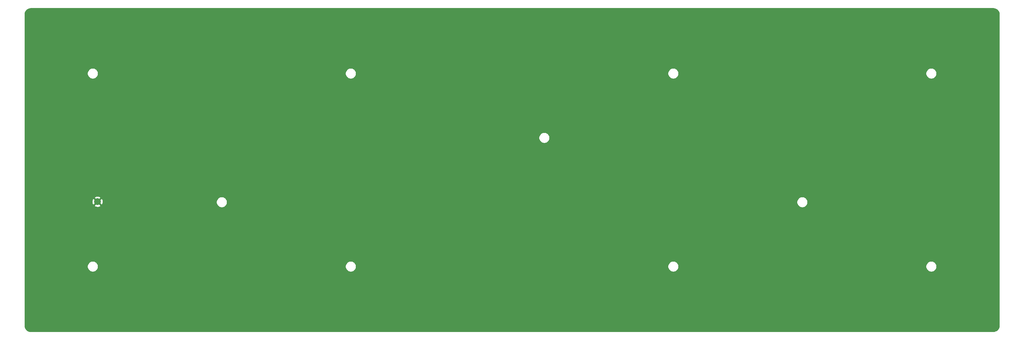
<source format=gtl>
G04 #@! TF.GenerationSoftware,KiCad,Pcbnew,(5.1.6)-1*
G04 #@! TF.CreationDate,2020-07-06T00:16:10-04:00*
G04 #@! TF.ProjectId,ki75rt_PlateBottom,6b693735-7274-45f5-906c-617465426f74,rev?*
G04 #@! TF.SameCoordinates,Original*
G04 #@! TF.FileFunction,Copper,L1,Top*
G04 #@! TF.FilePolarity,Positive*
%FSLAX46Y46*%
G04 Gerber Fmt 4.6, Leading zero omitted, Abs format (unit mm)*
G04 Created by KiCad (PCBNEW (5.1.6)-1) date 2020-07-06 00:16:10*
%MOMM*%
%LPD*%
G01*
G04 APERTURE LIST*
G04 #@! TA.AperFunction,Conductor*
%ADD10C,2.000000*%
G04 #@! TD*
G04 #@! TA.AperFunction,Conductor*
%ADD11C,0.254000*%
G04 #@! TD*
G04 APERTURE END LIST*
D10*
X49022000Y-85598000D03*
D11*
G36*
X313879993Y-28401241D02*
G01*
X314215444Y-28502520D01*
X314524841Y-28667029D01*
X314796387Y-28888498D01*
X315019750Y-29158497D01*
X315186414Y-29466735D01*
X315290033Y-29801474D01*
X315329501Y-30176988D01*
X315329500Y-122208982D01*
X315292509Y-122586243D01*
X315191231Y-122921693D01*
X315026722Y-123231089D01*
X314805251Y-123502639D01*
X314535253Y-123726000D01*
X314227015Y-123892664D01*
X313892276Y-123996283D01*
X313516771Y-124035750D01*
X29397268Y-124035750D01*
X29020007Y-123998759D01*
X28684557Y-123897481D01*
X28375161Y-123732972D01*
X28103611Y-123511501D01*
X27880250Y-123241503D01*
X27713586Y-122933265D01*
X27609967Y-122598526D01*
X27570500Y-122223021D01*
X27570500Y-104616626D01*
X46017000Y-104616626D01*
X46017000Y-104933374D01*
X46078795Y-105244036D01*
X46200009Y-105536673D01*
X46375985Y-105800040D01*
X46599960Y-106024015D01*
X46863327Y-106199991D01*
X47155964Y-106321205D01*
X47466626Y-106383000D01*
X47783374Y-106383000D01*
X48094036Y-106321205D01*
X48386673Y-106199991D01*
X48650040Y-106024015D01*
X48874015Y-105800040D01*
X49049991Y-105536673D01*
X49171205Y-105244036D01*
X49233000Y-104933374D01*
X49233000Y-104616626D01*
X122217000Y-104616626D01*
X122217000Y-104933374D01*
X122278795Y-105244036D01*
X122400009Y-105536673D01*
X122575985Y-105800040D01*
X122799960Y-106024015D01*
X123063327Y-106199991D01*
X123355964Y-106321205D01*
X123666626Y-106383000D01*
X123983374Y-106383000D01*
X124294036Y-106321205D01*
X124586673Y-106199991D01*
X124850040Y-106024015D01*
X125074015Y-105800040D01*
X125249991Y-105536673D01*
X125371205Y-105244036D01*
X125433000Y-104933374D01*
X125433000Y-104616626D01*
X217467000Y-104616626D01*
X217467000Y-104933374D01*
X217528795Y-105244036D01*
X217650009Y-105536673D01*
X217825985Y-105800040D01*
X218049960Y-106024015D01*
X218313327Y-106199991D01*
X218605964Y-106321205D01*
X218916626Y-106383000D01*
X219233374Y-106383000D01*
X219544036Y-106321205D01*
X219836673Y-106199991D01*
X220100040Y-106024015D01*
X220324015Y-105800040D01*
X220499991Y-105536673D01*
X220621205Y-105244036D01*
X220683000Y-104933374D01*
X220683000Y-104616626D01*
X293667000Y-104616626D01*
X293667000Y-104933374D01*
X293728795Y-105244036D01*
X293850009Y-105536673D01*
X294025985Y-105800040D01*
X294249960Y-106024015D01*
X294513327Y-106199991D01*
X294805964Y-106321205D01*
X295116626Y-106383000D01*
X295433374Y-106383000D01*
X295744036Y-106321205D01*
X296036673Y-106199991D01*
X296300040Y-106024015D01*
X296524015Y-105800040D01*
X296699991Y-105536673D01*
X296821205Y-105244036D01*
X296883000Y-104933374D01*
X296883000Y-104616626D01*
X296821205Y-104305964D01*
X296699991Y-104013327D01*
X296524015Y-103749960D01*
X296300040Y-103525985D01*
X296036673Y-103350009D01*
X295744036Y-103228795D01*
X295433374Y-103167000D01*
X295116626Y-103167000D01*
X294805964Y-103228795D01*
X294513327Y-103350009D01*
X294249960Y-103525985D01*
X294025985Y-103749960D01*
X293850009Y-104013327D01*
X293728795Y-104305964D01*
X293667000Y-104616626D01*
X220683000Y-104616626D01*
X220621205Y-104305964D01*
X220499991Y-104013327D01*
X220324015Y-103749960D01*
X220100040Y-103525985D01*
X219836673Y-103350009D01*
X219544036Y-103228795D01*
X219233374Y-103167000D01*
X218916626Y-103167000D01*
X218605964Y-103228795D01*
X218313327Y-103350009D01*
X218049960Y-103525985D01*
X217825985Y-103749960D01*
X217650009Y-104013327D01*
X217528795Y-104305964D01*
X217467000Y-104616626D01*
X125433000Y-104616626D01*
X125371205Y-104305964D01*
X125249991Y-104013327D01*
X125074015Y-103749960D01*
X124850040Y-103525985D01*
X124586673Y-103350009D01*
X124294036Y-103228795D01*
X123983374Y-103167000D01*
X123666626Y-103167000D01*
X123355964Y-103228795D01*
X123063327Y-103350009D01*
X122799960Y-103525985D01*
X122575985Y-103749960D01*
X122400009Y-104013327D01*
X122278795Y-104305964D01*
X122217000Y-104616626D01*
X49233000Y-104616626D01*
X49171205Y-104305964D01*
X49049991Y-104013327D01*
X48874015Y-103749960D01*
X48650040Y-103525985D01*
X48386673Y-103350009D01*
X48094036Y-103228795D01*
X47783374Y-103167000D01*
X47466626Y-103167000D01*
X47155964Y-103228795D01*
X46863327Y-103350009D01*
X46599960Y-103525985D01*
X46375985Y-103749960D01*
X46200009Y-104013327D01*
X46078795Y-104305964D01*
X46017000Y-104616626D01*
X27570500Y-104616626D01*
X27570500Y-86733413D01*
X48066192Y-86733413D01*
X48161956Y-86997814D01*
X48451571Y-87138704D01*
X48763108Y-87220384D01*
X49084595Y-87239718D01*
X49403675Y-87195961D01*
X49708088Y-87090795D01*
X49882044Y-86997814D01*
X49977808Y-86733413D01*
X49022000Y-85777605D01*
X48066192Y-86733413D01*
X27570500Y-86733413D01*
X27570500Y-85660595D01*
X47380282Y-85660595D01*
X47424039Y-85979675D01*
X47529205Y-86284088D01*
X47622186Y-86458044D01*
X47886587Y-86553808D01*
X48842395Y-85598000D01*
X49201605Y-85598000D01*
X50157413Y-86553808D01*
X50421814Y-86458044D01*
X50562704Y-86168429D01*
X50644384Y-85856892D01*
X50661840Y-85566626D01*
X84117000Y-85566626D01*
X84117000Y-85883374D01*
X84178795Y-86194036D01*
X84300009Y-86486673D01*
X84475985Y-86750040D01*
X84699960Y-86974015D01*
X84963327Y-87149991D01*
X85255964Y-87271205D01*
X85566626Y-87333000D01*
X85883374Y-87333000D01*
X86194036Y-87271205D01*
X86486673Y-87149991D01*
X86750040Y-86974015D01*
X86974015Y-86750040D01*
X87149991Y-86486673D01*
X87271205Y-86194036D01*
X87333000Y-85883374D01*
X87333000Y-85566626D01*
X255567000Y-85566626D01*
X255567000Y-85883374D01*
X255628795Y-86194036D01*
X255750009Y-86486673D01*
X255925985Y-86750040D01*
X256149960Y-86974015D01*
X256413327Y-87149991D01*
X256705964Y-87271205D01*
X257016626Y-87333000D01*
X257333374Y-87333000D01*
X257644036Y-87271205D01*
X257936673Y-87149991D01*
X258200040Y-86974015D01*
X258424015Y-86750040D01*
X258599991Y-86486673D01*
X258721205Y-86194036D01*
X258783000Y-85883374D01*
X258783000Y-85566626D01*
X258721205Y-85255964D01*
X258599991Y-84963327D01*
X258424015Y-84699960D01*
X258200040Y-84475985D01*
X257936673Y-84300009D01*
X257644036Y-84178795D01*
X257333374Y-84117000D01*
X257016626Y-84117000D01*
X256705964Y-84178795D01*
X256413327Y-84300009D01*
X256149960Y-84475985D01*
X255925985Y-84699960D01*
X255750009Y-84963327D01*
X255628795Y-85255964D01*
X255567000Y-85566626D01*
X87333000Y-85566626D01*
X87271205Y-85255964D01*
X87149991Y-84963327D01*
X86974015Y-84699960D01*
X86750040Y-84475985D01*
X86486673Y-84300009D01*
X86194036Y-84178795D01*
X85883374Y-84117000D01*
X85566626Y-84117000D01*
X85255964Y-84178795D01*
X84963327Y-84300009D01*
X84699960Y-84475985D01*
X84475985Y-84699960D01*
X84300009Y-84963327D01*
X84178795Y-85255964D01*
X84117000Y-85566626D01*
X50661840Y-85566626D01*
X50663718Y-85535405D01*
X50619961Y-85216325D01*
X50514795Y-84911912D01*
X50421814Y-84737956D01*
X50157413Y-84642192D01*
X49201605Y-85598000D01*
X48842395Y-85598000D01*
X47886587Y-84642192D01*
X47622186Y-84737956D01*
X47481296Y-85027571D01*
X47399616Y-85339108D01*
X47380282Y-85660595D01*
X27570500Y-85660595D01*
X27570500Y-84462587D01*
X48066192Y-84462587D01*
X49022000Y-85418395D01*
X49977808Y-84462587D01*
X49882044Y-84198186D01*
X49592429Y-84057296D01*
X49280892Y-83975616D01*
X48959405Y-83956282D01*
X48640325Y-84000039D01*
X48335912Y-84105205D01*
X48161956Y-84198186D01*
X48066192Y-84462587D01*
X27570500Y-84462587D01*
X27570500Y-66516626D01*
X179367000Y-66516626D01*
X179367000Y-66833374D01*
X179428795Y-67144036D01*
X179550009Y-67436673D01*
X179725985Y-67700040D01*
X179949960Y-67924015D01*
X180213327Y-68099991D01*
X180505964Y-68221205D01*
X180816626Y-68283000D01*
X181133374Y-68283000D01*
X181444036Y-68221205D01*
X181736673Y-68099991D01*
X182000040Y-67924015D01*
X182224015Y-67700040D01*
X182399991Y-67436673D01*
X182521205Y-67144036D01*
X182583000Y-66833374D01*
X182583000Y-66516626D01*
X182521205Y-66205964D01*
X182399991Y-65913327D01*
X182224015Y-65649960D01*
X182000040Y-65425985D01*
X181736673Y-65250009D01*
X181444036Y-65128795D01*
X181133374Y-65067000D01*
X180816626Y-65067000D01*
X180505964Y-65128795D01*
X180213327Y-65250009D01*
X179949960Y-65425985D01*
X179725985Y-65649960D01*
X179550009Y-65913327D01*
X179428795Y-66205964D01*
X179367000Y-66516626D01*
X27570500Y-66516626D01*
X27570500Y-47466626D01*
X46017000Y-47466626D01*
X46017000Y-47783374D01*
X46078795Y-48094036D01*
X46200009Y-48386673D01*
X46375985Y-48650040D01*
X46599960Y-48874015D01*
X46863327Y-49049991D01*
X47155964Y-49171205D01*
X47466626Y-49233000D01*
X47783374Y-49233000D01*
X48094036Y-49171205D01*
X48386673Y-49049991D01*
X48650040Y-48874015D01*
X48874015Y-48650040D01*
X49049991Y-48386673D01*
X49171205Y-48094036D01*
X49233000Y-47783374D01*
X49233000Y-47466626D01*
X122217000Y-47466626D01*
X122217000Y-47783374D01*
X122278795Y-48094036D01*
X122400009Y-48386673D01*
X122575985Y-48650040D01*
X122799960Y-48874015D01*
X123063327Y-49049991D01*
X123355964Y-49171205D01*
X123666626Y-49233000D01*
X123983374Y-49233000D01*
X124294036Y-49171205D01*
X124586673Y-49049991D01*
X124850040Y-48874015D01*
X125074015Y-48650040D01*
X125249991Y-48386673D01*
X125371205Y-48094036D01*
X125433000Y-47783374D01*
X125433000Y-47466626D01*
X217467000Y-47466626D01*
X217467000Y-47783374D01*
X217528795Y-48094036D01*
X217650009Y-48386673D01*
X217825985Y-48650040D01*
X218049960Y-48874015D01*
X218313327Y-49049991D01*
X218605964Y-49171205D01*
X218916626Y-49233000D01*
X219233374Y-49233000D01*
X219544036Y-49171205D01*
X219836673Y-49049991D01*
X220100040Y-48874015D01*
X220324015Y-48650040D01*
X220499991Y-48386673D01*
X220621205Y-48094036D01*
X220683000Y-47783374D01*
X220683000Y-47466626D01*
X293667000Y-47466626D01*
X293667000Y-47783374D01*
X293728795Y-48094036D01*
X293850009Y-48386673D01*
X294025985Y-48650040D01*
X294249960Y-48874015D01*
X294513327Y-49049991D01*
X294805964Y-49171205D01*
X295116626Y-49233000D01*
X295433374Y-49233000D01*
X295744036Y-49171205D01*
X296036673Y-49049991D01*
X296300040Y-48874015D01*
X296524015Y-48650040D01*
X296699991Y-48386673D01*
X296821205Y-48094036D01*
X296883000Y-47783374D01*
X296883000Y-47466626D01*
X296821205Y-47155964D01*
X296699991Y-46863327D01*
X296524015Y-46599960D01*
X296300040Y-46375985D01*
X296036673Y-46200009D01*
X295744036Y-46078795D01*
X295433374Y-46017000D01*
X295116626Y-46017000D01*
X294805964Y-46078795D01*
X294513327Y-46200009D01*
X294249960Y-46375985D01*
X294025985Y-46599960D01*
X293850009Y-46863327D01*
X293728795Y-47155964D01*
X293667000Y-47466626D01*
X220683000Y-47466626D01*
X220621205Y-47155964D01*
X220499991Y-46863327D01*
X220324015Y-46599960D01*
X220100040Y-46375985D01*
X219836673Y-46200009D01*
X219544036Y-46078795D01*
X219233374Y-46017000D01*
X218916626Y-46017000D01*
X218605964Y-46078795D01*
X218313327Y-46200009D01*
X218049960Y-46375985D01*
X217825985Y-46599960D01*
X217650009Y-46863327D01*
X217528795Y-47155964D01*
X217467000Y-47466626D01*
X125433000Y-47466626D01*
X125371205Y-47155964D01*
X125249991Y-46863327D01*
X125074015Y-46599960D01*
X124850040Y-46375985D01*
X124586673Y-46200009D01*
X124294036Y-46078795D01*
X123983374Y-46017000D01*
X123666626Y-46017000D01*
X123355964Y-46078795D01*
X123063327Y-46200009D01*
X122799960Y-46375985D01*
X122575985Y-46599960D01*
X122400009Y-46863327D01*
X122278795Y-47155964D01*
X122217000Y-47466626D01*
X49233000Y-47466626D01*
X49171205Y-47155964D01*
X49049991Y-46863327D01*
X48874015Y-46599960D01*
X48650040Y-46375985D01*
X48386673Y-46200009D01*
X48094036Y-46078795D01*
X47783374Y-46017000D01*
X47466626Y-46017000D01*
X47155964Y-46078795D01*
X46863327Y-46200009D01*
X46599960Y-46375985D01*
X46375985Y-46599960D01*
X46200009Y-46863327D01*
X46078795Y-47155964D01*
X46017000Y-47466626D01*
X27570500Y-47466626D01*
X27570500Y-30191018D01*
X27607491Y-29813757D01*
X27708770Y-29478306D01*
X27873279Y-29168909D01*
X28094748Y-28897363D01*
X28364747Y-28674000D01*
X28672985Y-28507336D01*
X29007724Y-28403717D01*
X29383229Y-28364250D01*
X313502732Y-28364250D01*
X313879993Y-28401241D01*
G37*
X313879993Y-28401241D02*
X314215444Y-28502520D01*
X314524841Y-28667029D01*
X314796387Y-28888498D01*
X315019750Y-29158497D01*
X315186414Y-29466735D01*
X315290033Y-29801474D01*
X315329501Y-30176988D01*
X315329500Y-122208982D01*
X315292509Y-122586243D01*
X315191231Y-122921693D01*
X315026722Y-123231089D01*
X314805251Y-123502639D01*
X314535253Y-123726000D01*
X314227015Y-123892664D01*
X313892276Y-123996283D01*
X313516771Y-124035750D01*
X29397268Y-124035750D01*
X29020007Y-123998759D01*
X28684557Y-123897481D01*
X28375161Y-123732972D01*
X28103611Y-123511501D01*
X27880250Y-123241503D01*
X27713586Y-122933265D01*
X27609967Y-122598526D01*
X27570500Y-122223021D01*
X27570500Y-104616626D01*
X46017000Y-104616626D01*
X46017000Y-104933374D01*
X46078795Y-105244036D01*
X46200009Y-105536673D01*
X46375985Y-105800040D01*
X46599960Y-106024015D01*
X46863327Y-106199991D01*
X47155964Y-106321205D01*
X47466626Y-106383000D01*
X47783374Y-106383000D01*
X48094036Y-106321205D01*
X48386673Y-106199991D01*
X48650040Y-106024015D01*
X48874015Y-105800040D01*
X49049991Y-105536673D01*
X49171205Y-105244036D01*
X49233000Y-104933374D01*
X49233000Y-104616626D01*
X122217000Y-104616626D01*
X122217000Y-104933374D01*
X122278795Y-105244036D01*
X122400009Y-105536673D01*
X122575985Y-105800040D01*
X122799960Y-106024015D01*
X123063327Y-106199991D01*
X123355964Y-106321205D01*
X123666626Y-106383000D01*
X123983374Y-106383000D01*
X124294036Y-106321205D01*
X124586673Y-106199991D01*
X124850040Y-106024015D01*
X125074015Y-105800040D01*
X125249991Y-105536673D01*
X125371205Y-105244036D01*
X125433000Y-104933374D01*
X125433000Y-104616626D01*
X217467000Y-104616626D01*
X217467000Y-104933374D01*
X217528795Y-105244036D01*
X217650009Y-105536673D01*
X217825985Y-105800040D01*
X218049960Y-106024015D01*
X218313327Y-106199991D01*
X218605964Y-106321205D01*
X218916626Y-106383000D01*
X219233374Y-106383000D01*
X219544036Y-106321205D01*
X219836673Y-106199991D01*
X220100040Y-106024015D01*
X220324015Y-105800040D01*
X220499991Y-105536673D01*
X220621205Y-105244036D01*
X220683000Y-104933374D01*
X220683000Y-104616626D01*
X293667000Y-104616626D01*
X293667000Y-104933374D01*
X293728795Y-105244036D01*
X293850009Y-105536673D01*
X294025985Y-105800040D01*
X294249960Y-106024015D01*
X294513327Y-106199991D01*
X294805964Y-106321205D01*
X295116626Y-106383000D01*
X295433374Y-106383000D01*
X295744036Y-106321205D01*
X296036673Y-106199991D01*
X296300040Y-106024015D01*
X296524015Y-105800040D01*
X296699991Y-105536673D01*
X296821205Y-105244036D01*
X296883000Y-104933374D01*
X296883000Y-104616626D01*
X296821205Y-104305964D01*
X296699991Y-104013327D01*
X296524015Y-103749960D01*
X296300040Y-103525985D01*
X296036673Y-103350009D01*
X295744036Y-103228795D01*
X295433374Y-103167000D01*
X295116626Y-103167000D01*
X294805964Y-103228795D01*
X294513327Y-103350009D01*
X294249960Y-103525985D01*
X294025985Y-103749960D01*
X293850009Y-104013327D01*
X293728795Y-104305964D01*
X293667000Y-104616626D01*
X220683000Y-104616626D01*
X220621205Y-104305964D01*
X220499991Y-104013327D01*
X220324015Y-103749960D01*
X220100040Y-103525985D01*
X219836673Y-103350009D01*
X219544036Y-103228795D01*
X219233374Y-103167000D01*
X218916626Y-103167000D01*
X218605964Y-103228795D01*
X218313327Y-103350009D01*
X218049960Y-103525985D01*
X217825985Y-103749960D01*
X217650009Y-104013327D01*
X217528795Y-104305964D01*
X217467000Y-104616626D01*
X125433000Y-104616626D01*
X125371205Y-104305964D01*
X125249991Y-104013327D01*
X125074015Y-103749960D01*
X124850040Y-103525985D01*
X124586673Y-103350009D01*
X124294036Y-103228795D01*
X123983374Y-103167000D01*
X123666626Y-103167000D01*
X123355964Y-103228795D01*
X123063327Y-103350009D01*
X122799960Y-103525985D01*
X122575985Y-103749960D01*
X122400009Y-104013327D01*
X122278795Y-104305964D01*
X122217000Y-104616626D01*
X49233000Y-104616626D01*
X49171205Y-104305964D01*
X49049991Y-104013327D01*
X48874015Y-103749960D01*
X48650040Y-103525985D01*
X48386673Y-103350009D01*
X48094036Y-103228795D01*
X47783374Y-103167000D01*
X47466626Y-103167000D01*
X47155964Y-103228795D01*
X46863327Y-103350009D01*
X46599960Y-103525985D01*
X46375985Y-103749960D01*
X46200009Y-104013327D01*
X46078795Y-104305964D01*
X46017000Y-104616626D01*
X27570500Y-104616626D01*
X27570500Y-86733413D01*
X48066192Y-86733413D01*
X48161956Y-86997814D01*
X48451571Y-87138704D01*
X48763108Y-87220384D01*
X49084595Y-87239718D01*
X49403675Y-87195961D01*
X49708088Y-87090795D01*
X49882044Y-86997814D01*
X49977808Y-86733413D01*
X49022000Y-85777605D01*
X48066192Y-86733413D01*
X27570500Y-86733413D01*
X27570500Y-85660595D01*
X47380282Y-85660595D01*
X47424039Y-85979675D01*
X47529205Y-86284088D01*
X47622186Y-86458044D01*
X47886587Y-86553808D01*
X48842395Y-85598000D01*
X49201605Y-85598000D01*
X50157413Y-86553808D01*
X50421814Y-86458044D01*
X50562704Y-86168429D01*
X50644384Y-85856892D01*
X50661840Y-85566626D01*
X84117000Y-85566626D01*
X84117000Y-85883374D01*
X84178795Y-86194036D01*
X84300009Y-86486673D01*
X84475985Y-86750040D01*
X84699960Y-86974015D01*
X84963327Y-87149991D01*
X85255964Y-87271205D01*
X85566626Y-87333000D01*
X85883374Y-87333000D01*
X86194036Y-87271205D01*
X86486673Y-87149991D01*
X86750040Y-86974015D01*
X86974015Y-86750040D01*
X87149991Y-86486673D01*
X87271205Y-86194036D01*
X87333000Y-85883374D01*
X87333000Y-85566626D01*
X255567000Y-85566626D01*
X255567000Y-85883374D01*
X255628795Y-86194036D01*
X255750009Y-86486673D01*
X255925985Y-86750040D01*
X256149960Y-86974015D01*
X256413327Y-87149991D01*
X256705964Y-87271205D01*
X257016626Y-87333000D01*
X257333374Y-87333000D01*
X257644036Y-87271205D01*
X257936673Y-87149991D01*
X258200040Y-86974015D01*
X258424015Y-86750040D01*
X258599991Y-86486673D01*
X258721205Y-86194036D01*
X258783000Y-85883374D01*
X258783000Y-85566626D01*
X258721205Y-85255964D01*
X258599991Y-84963327D01*
X258424015Y-84699960D01*
X258200040Y-84475985D01*
X257936673Y-84300009D01*
X257644036Y-84178795D01*
X257333374Y-84117000D01*
X257016626Y-84117000D01*
X256705964Y-84178795D01*
X256413327Y-84300009D01*
X256149960Y-84475985D01*
X255925985Y-84699960D01*
X255750009Y-84963327D01*
X255628795Y-85255964D01*
X255567000Y-85566626D01*
X87333000Y-85566626D01*
X87271205Y-85255964D01*
X87149991Y-84963327D01*
X86974015Y-84699960D01*
X86750040Y-84475985D01*
X86486673Y-84300009D01*
X86194036Y-84178795D01*
X85883374Y-84117000D01*
X85566626Y-84117000D01*
X85255964Y-84178795D01*
X84963327Y-84300009D01*
X84699960Y-84475985D01*
X84475985Y-84699960D01*
X84300009Y-84963327D01*
X84178795Y-85255964D01*
X84117000Y-85566626D01*
X50661840Y-85566626D01*
X50663718Y-85535405D01*
X50619961Y-85216325D01*
X50514795Y-84911912D01*
X50421814Y-84737956D01*
X50157413Y-84642192D01*
X49201605Y-85598000D01*
X48842395Y-85598000D01*
X47886587Y-84642192D01*
X47622186Y-84737956D01*
X47481296Y-85027571D01*
X47399616Y-85339108D01*
X47380282Y-85660595D01*
X27570500Y-85660595D01*
X27570500Y-84462587D01*
X48066192Y-84462587D01*
X49022000Y-85418395D01*
X49977808Y-84462587D01*
X49882044Y-84198186D01*
X49592429Y-84057296D01*
X49280892Y-83975616D01*
X48959405Y-83956282D01*
X48640325Y-84000039D01*
X48335912Y-84105205D01*
X48161956Y-84198186D01*
X48066192Y-84462587D01*
X27570500Y-84462587D01*
X27570500Y-66516626D01*
X179367000Y-66516626D01*
X179367000Y-66833374D01*
X179428795Y-67144036D01*
X179550009Y-67436673D01*
X179725985Y-67700040D01*
X179949960Y-67924015D01*
X180213327Y-68099991D01*
X180505964Y-68221205D01*
X180816626Y-68283000D01*
X181133374Y-68283000D01*
X181444036Y-68221205D01*
X181736673Y-68099991D01*
X182000040Y-67924015D01*
X182224015Y-67700040D01*
X182399991Y-67436673D01*
X182521205Y-67144036D01*
X182583000Y-66833374D01*
X182583000Y-66516626D01*
X182521205Y-66205964D01*
X182399991Y-65913327D01*
X182224015Y-65649960D01*
X182000040Y-65425985D01*
X181736673Y-65250009D01*
X181444036Y-65128795D01*
X181133374Y-65067000D01*
X180816626Y-65067000D01*
X180505964Y-65128795D01*
X180213327Y-65250009D01*
X179949960Y-65425985D01*
X179725985Y-65649960D01*
X179550009Y-65913327D01*
X179428795Y-66205964D01*
X179367000Y-66516626D01*
X27570500Y-66516626D01*
X27570500Y-47466626D01*
X46017000Y-47466626D01*
X46017000Y-47783374D01*
X46078795Y-48094036D01*
X46200009Y-48386673D01*
X46375985Y-48650040D01*
X46599960Y-48874015D01*
X46863327Y-49049991D01*
X47155964Y-49171205D01*
X47466626Y-49233000D01*
X47783374Y-49233000D01*
X48094036Y-49171205D01*
X48386673Y-49049991D01*
X48650040Y-48874015D01*
X48874015Y-48650040D01*
X49049991Y-48386673D01*
X49171205Y-48094036D01*
X49233000Y-47783374D01*
X49233000Y-47466626D01*
X122217000Y-47466626D01*
X122217000Y-47783374D01*
X122278795Y-48094036D01*
X122400009Y-48386673D01*
X122575985Y-48650040D01*
X122799960Y-48874015D01*
X123063327Y-49049991D01*
X123355964Y-49171205D01*
X123666626Y-49233000D01*
X123983374Y-49233000D01*
X124294036Y-49171205D01*
X124586673Y-49049991D01*
X124850040Y-48874015D01*
X125074015Y-48650040D01*
X125249991Y-48386673D01*
X125371205Y-48094036D01*
X125433000Y-47783374D01*
X125433000Y-47466626D01*
X217467000Y-47466626D01*
X217467000Y-47783374D01*
X217528795Y-48094036D01*
X217650009Y-48386673D01*
X217825985Y-48650040D01*
X218049960Y-48874015D01*
X218313327Y-49049991D01*
X218605964Y-49171205D01*
X218916626Y-49233000D01*
X219233374Y-49233000D01*
X219544036Y-49171205D01*
X219836673Y-49049991D01*
X220100040Y-48874015D01*
X220324015Y-48650040D01*
X220499991Y-48386673D01*
X220621205Y-48094036D01*
X220683000Y-47783374D01*
X220683000Y-47466626D01*
X293667000Y-47466626D01*
X293667000Y-47783374D01*
X293728795Y-48094036D01*
X293850009Y-48386673D01*
X294025985Y-48650040D01*
X294249960Y-48874015D01*
X294513327Y-49049991D01*
X294805964Y-49171205D01*
X295116626Y-49233000D01*
X295433374Y-49233000D01*
X295744036Y-49171205D01*
X296036673Y-49049991D01*
X296300040Y-48874015D01*
X296524015Y-48650040D01*
X296699991Y-48386673D01*
X296821205Y-48094036D01*
X296883000Y-47783374D01*
X296883000Y-47466626D01*
X296821205Y-47155964D01*
X296699991Y-46863327D01*
X296524015Y-46599960D01*
X296300040Y-46375985D01*
X296036673Y-46200009D01*
X295744036Y-46078795D01*
X295433374Y-46017000D01*
X295116626Y-46017000D01*
X294805964Y-46078795D01*
X294513327Y-46200009D01*
X294249960Y-46375985D01*
X294025985Y-46599960D01*
X293850009Y-46863327D01*
X293728795Y-47155964D01*
X293667000Y-47466626D01*
X220683000Y-47466626D01*
X220621205Y-47155964D01*
X220499991Y-46863327D01*
X220324015Y-46599960D01*
X220100040Y-46375985D01*
X219836673Y-46200009D01*
X219544036Y-46078795D01*
X219233374Y-46017000D01*
X218916626Y-46017000D01*
X218605964Y-46078795D01*
X218313327Y-46200009D01*
X218049960Y-46375985D01*
X217825985Y-46599960D01*
X217650009Y-46863327D01*
X217528795Y-47155964D01*
X217467000Y-47466626D01*
X125433000Y-47466626D01*
X125371205Y-47155964D01*
X125249991Y-46863327D01*
X125074015Y-46599960D01*
X124850040Y-46375985D01*
X124586673Y-46200009D01*
X124294036Y-46078795D01*
X123983374Y-46017000D01*
X123666626Y-46017000D01*
X123355964Y-46078795D01*
X123063327Y-46200009D01*
X122799960Y-46375985D01*
X122575985Y-46599960D01*
X122400009Y-46863327D01*
X122278795Y-47155964D01*
X122217000Y-47466626D01*
X49233000Y-47466626D01*
X49171205Y-47155964D01*
X49049991Y-46863327D01*
X48874015Y-46599960D01*
X48650040Y-46375985D01*
X48386673Y-46200009D01*
X48094036Y-46078795D01*
X47783374Y-46017000D01*
X47466626Y-46017000D01*
X47155964Y-46078795D01*
X46863327Y-46200009D01*
X46599960Y-46375985D01*
X46375985Y-46599960D01*
X46200009Y-46863327D01*
X46078795Y-47155964D01*
X46017000Y-47466626D01*
X27570500Y-47466626D01*
X27570500Y-30191018D01*
X27607491Y-29813757D01*
X27708770Y-29478306D01*
X27873279Y-29168909D01*
X28094748Y-28897363D01*
X28364747Y-28674000D01*
X28672985Y-28507336D01*
X29007724Y-28403717D01*
X29383229Y-28364250D01*
X313502732Y-28364250D01*
X313879993Y-28401241D01*
M02*

</source>
